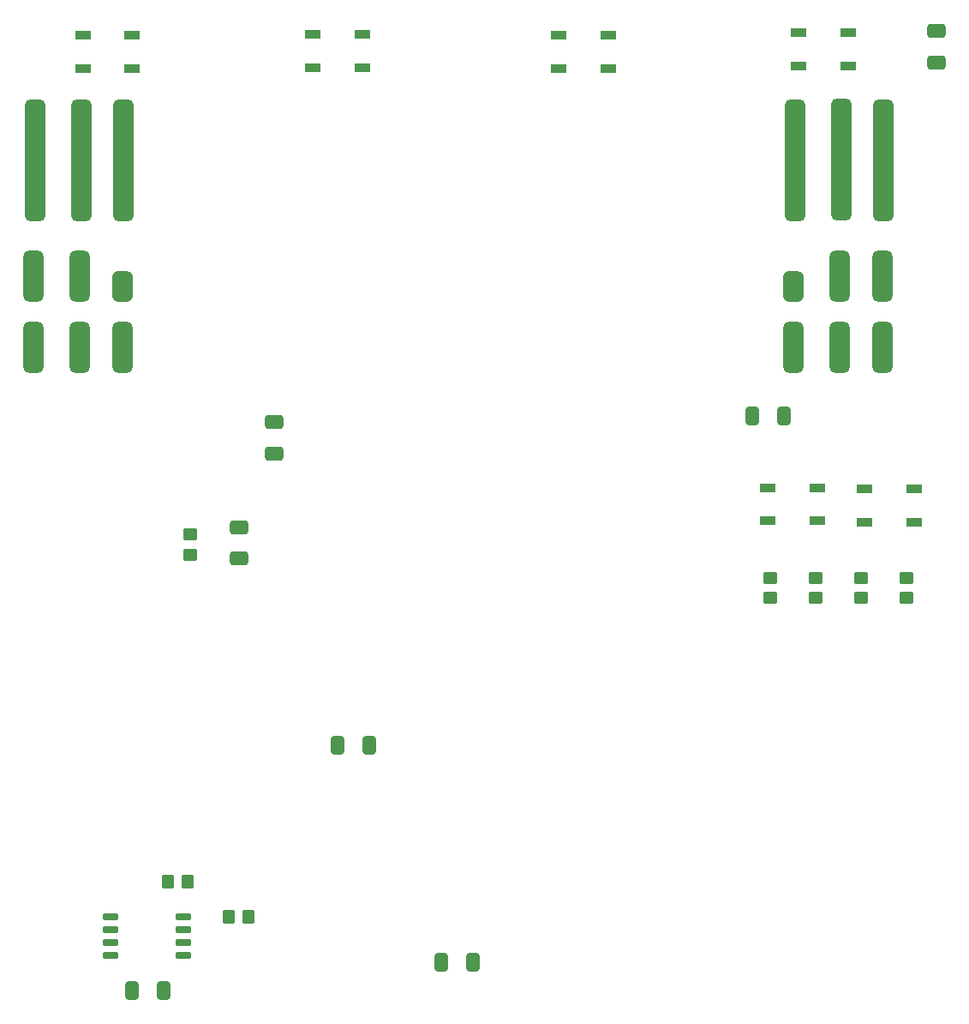
<source format=gtp>
%TF.GenerationSoftware,KiCad,Pcbnew,7.0.7*%
%TF.CreationDate,2024-04-29T13:44:55+02:00*%
%TF.ProjectId,IsItOpen,49734974-4f70-4656-9e2e-6b696361645f,rev?*%
%TF.SameCoordinates,Original*%
%TF.FileFunction,Paste,Top*%
%TF.FilePolarity,Positive*%
%FSLAX46Y46*%
G04 Gerber Fmt 4.6, Leading zero omitted, Abs format (unit mm)*
G04 Created by KiCad (PCBNEW 7.0.7) date 2024-04-29 13:44:55*
%MOMM*%
%LPD*%
G01*
G04 APERTURE LIST*
G04 Aperture macros list*
%AMRoundRect*
0 Rectangle with rounded corners*
0 $1 Rounding radius*
0 $2 $3 $4 $5 $6 $7 $8 $9 X,Y pos of 4 corners*
0 Add a 4 corners polygon primitive as box body*
4,1,4,$2,$3,$4,$5,$6,$7,$8,$9,$2,$3,0*
0 Add four circle primitives for the rounded corners*
1,1,$1+$1,$2,$3*
1,1,$1+$1,$4,$5*
1,1,$1+$1,$6,$7*
1,1,$1+$1,$8,$9*
0 Add four rect primitives between the rounded corners*
20,1,$1+$1,$2,$3,$4,$5,0*
20,1,$1+$1,$4,$5,$6,$7,0*
20,1,$1+$1,$6,$7,$8,$9,0*
20,1,$1+$1,$8,$9,$2,$3,0*%
G04 Aperture macros list end*
%ADD10RoundRect,0.500000X-0.500000X-5.500000X0.500000X-5.500000X0.500000X5.500000X-0.500000X5.500000X0*%
%ADD11RoundRect,0.500000X-0.500000X-1.000000X0.500000X-1.000000X0.500000X1.000000X-0.500000X1.000000X0*%
%ADD12RoundRect,0.500000X-0.500000X-2.000000X0.500000X-2.000000X0.500000X2.000000X-0.500000X2.000000X0*%
%ADD13RoundRect,0.250000X0.650000X-0.412500X0.650000X0.412500X-0.650000X0.412500X-0.650000X-0.412500X0*%
%ADD14RoundRect,0.250000X0.350000X0.450000X-0.350000X0.450000X-0.350000X-0.450000X0.350000X-0.450000X0*%
%ADD15R,1.500000X0.900000*%
%ADD16RoundRect,0.250000X0.412500X0.650000X-0.412500X0.650000X-0.412500X-0.650000X0.412500X-0.650000X0*%
%ADD17RoundRect,0.250000X-0.650000X0.412500X-0.650000X-0.412500X0.650000X-0.412500X0.650000X0.412500X0*%
%ADD18RoundRect,0.250000X-0.450000X0.350000X-0.450000X-0.350000X0.450000X-0.350000X0.450000X0.350000X0*%
%ADD19RoundRect,0.250000X-0.412500X-0.650000X0.412500X-0.650000X0.412500X0.650000X-0.412500X0.650000X0*%
%ADD20RoundRect,0.150000X0.650000X0.150000X-0.650000X0.150000X-0.650000X-0.150000X0.650000X-0.150000X0*%
G04 APERTURE END LIST*
D10*
%TO.C,J3*%
X192000000Y-55550000D03*
X187800000Y-55450000D03*
X183200000Y-55550000D03*
X116900000Y-55550000D03*
X112700000Y-55550000D03*
X108100000Y-55550000D03*
X108100000Y-55550000D03*
X192000000Y-55550000D03*
X187800000Y-55450000D03*
X183200000Y-55550000D03*
X112700000Y-55550000D03*
X116900000Y-55550000D03*
%TD*%
D11*
%TO.C,Je*%
X183050000Y-68000000D03*
X116750000Y-68000000D03*
D12*
X187650000Y-67000000D03*
X191850000Y-67000000D03*
X191850000Y-74000000D03*
X187650000Y-74000000D03*
X183050000Y-74000000D03*
X112550000Y-67000000D03*
X107950000Y-67000000D03*
X107950000Y-74000000D03*
X112550000Y-74000000D03*
X116750000Y-74000000D03*
X187650000Y-67000000D03*
D11*
X183050000Y-68000000D03*
X116750000Y-68000000D03*
D12*
X191850000Y-67000000D03*
X112550000Y-67000000D03*
X107950000Y-67000000D03*
X191850000Y-74000000D03*
X187650000Y-74000000D03*
X183050000Y-74000000D03*
X107950000Y-74000000D03*
X112550000Y-74000000D03*
X116750000Y-74000000D03*
%TD*%
D13*
%TO.C,C7*%
X128250000Y-94875000D03*
X128250000Y-91750000D03*
%TD*%
D14*
%TO.C,R2*%
X129250000Y-130250000D03*
X127250000Y-130250000D03*
%TD*%
D13*
%TO.C,C12*%
X197250000Y-45875000D03*
X197250000Y-42750000D03*
%TD*%
D15*
%TO.C,D4*%
X140450000Y-46400000D03*
X140450000Y-43100000D03*
X135550000Y-43100000D03*
X135550000Y-46400000D03*
%TD*%
D16*
%TO.C,C4*%
X141125000Y-113250000D03*
X138000000Y-113250000D03*
%TD*%
D17*
%TO.C,C5*%
X131750000Y-81375000D03*
X131750000Y-84500000D03*
%TD*%
D18*
%TO.C,R3*%
X123500000Y-92500000D03*
X123500000Y-94500000D03*
%TD*%
D15*
%TO.C,D1*%
X185450000Y-91150000D03*
X185450000Y-87850000D03*
X180550000Y-87850000D03*
X180550000Y-91150000D03*
%TD*%
D18*
%TO.C,R6*%
X189750000Y-96750000D03*
X189750000Y-98750000D03*
%TD*%
%TO.C,R4*%
X180750000Y-96750000D03*
X180750000Y-98750000D03*
%TD*%
D15*
%TO.C,D6*%
X188500000Y-46250000D03*
X188500000Y-42950000D03*
X183600000Y-42950000D03*
X183600000Y-46250000D03*
%TD*%
%TO.C,D5*%
X164750000Y-46500000D03*
X164750000Y-43200000D03*
X159850000Y-43200000D03*
X159850000Y-46500000D03*
%TD*%
%TO.C,D3*%
X117750000Y-46500000D03*
X117750000Y-43200000D03*
X112850000Y-43200000D03*
X112850000Y-46500000D03*
%TD*%
D19*
%TO.C,C2*%
X117750000Y-137500000D03*
X120875000Y-137500000D03*
%TD*%
D20*
%TO.C,U4*%
X122750000Y-134040000D03*
X122750000Y-132770000D03*
X122750000Y-131500000D03*
X122750000Y-130230000D03*
X115550000Y-130230000D03*
X115550000Y-131500000D03*
X115550000Y-132770000D03*
X115550000Y-134040000D03*
%TD*%
D14*
%TO.C,R1*%
X123250000Y-126750000D03*
X121250000Y-126750000D03*
%TD*%
D19*
%TO.C,C9*%
X148250000Y-134750000D03*
X151375000Y-134750000D03*
%TD*%
D18*
%TO.C,R5*%
X185250000Y-96750000D03*
X185250000Y-98750000D03*
%TD*%
%TO.C,R7*%
X194250000Y-96750000D03*
X194250000Y-98750000D03*
%TD*%
D15*
%TO.C,D2*%
X195000000Y-91250000D03*
X195000000Y-87950000D03*
X190100000Y-87950000D03*
X190100000Y-91250000D03*
%TD*%
D16*
%TO.C,C11*%
X182125000Y-80750000D03*
X179000000Y-80750000D03*
%TD*%
M02*

</source>
